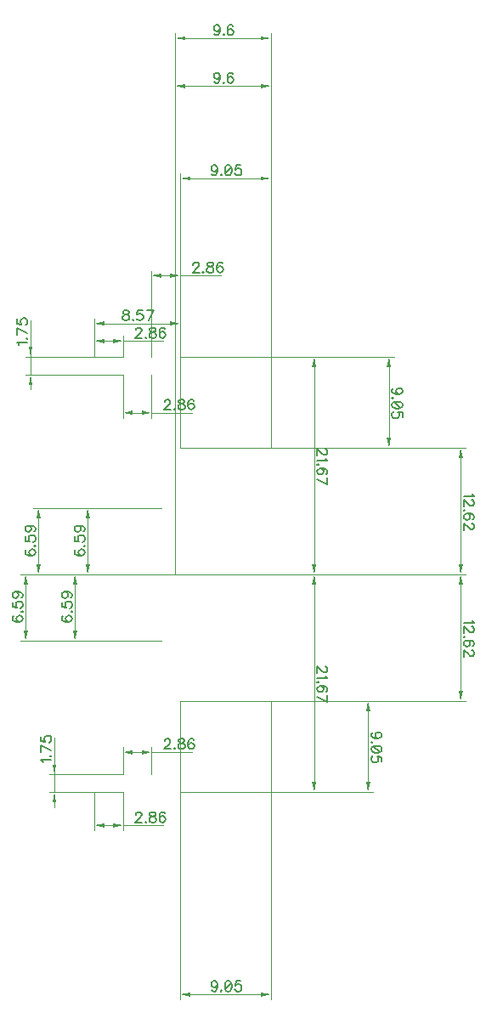
<source format=gbr>
G04 DipTrace 2.4.0.2*
%INTopDimension.gbr*%
%MOIN*%
%ADD13C,0.0014*%
%ADD37C,0.0062*%
%FSLAX44Y44*%
G04*
G70*
G90*
G75*
G01*
%LNTopDimension*%
%LPD*%
X7316Y21004D2*
D13*
X15701D1*
X7316Y17442D2*
X15701D1*
X15504Y19223D2*
Y20611D1*
G36*
Y21004D2*
X15583Y20611D1*
X15425D1*
X15504Y21004D1*
G37*
Y19223D2*
D13*
Y17835D1*
G36*
Y17442D2*
X15425Y17835D1*
X15583D1*
X15504Y17442D1*
G37*
X7316D2*
D13*
Y28202D1*
X10878Y17442D2*
Y28202D1*
X9097Y28005D2*
X7709D1*
G36*
X7316D2*
X7709Y28084D1*
Y27926D1*
X7316Y28005D1*
G37*
X9097D2*
D13*
X10485D1*
G36*
X10878D2*
X10485Y27926D1*
Y28084D1*
X10878Y28005D1*
G37*
X7316Y7503D2*
D13*
Y-4195D1*
X10878Y7503D2*
Y-4195D1*
X9097Y-3998D2*
X7709D1*
G36*
X7316D2*
X7709Y-3919D1*
Y-4077D1*
X7316Y-3998D1*
G37*
X9097D2*
D13*
X10485D1*
G36*
X10878D2*
X10485Y-4077D1*
Y-3919D1*
X10878Y-3998D1*
G37*
X7316Y3940D2*
D13*
X14888D1*
X7316Y7503D2*
X14888D1*
X14691Y5722D2*
Y4334D1*
G36*
Y3940D2*
X14613Y4334D1*
X14770D1*
X14691Y3940D1*
G37*
Y5722D2*
D13*
Y7109D1*
G36*
Y7503D2*
X14770Y7109D1*
X14613D1*
X14691Y7503D1*
G37*
X4396Y12473D2*
D13*
X12763D1*
X7316Y21004D2*
X12763D1*
X12566Y16739D2*
Y12867D1*
G36*
Y12473D2*
X12487Y12867D1*
X12645D1*
X12566Y12473D1*
G37*
Y16739D2*
D13*
Y20611D1*
G36*
Y21004D2*
X12645Y20611D1*
X12487D1*
X12566Y21004D1*
G37*
X4396Y12473D2*
D13*
X12763D1*
X7316Y3940D2*
X12763D1*
X12566Y8207D2*
Y12080D1*
G36*
Y12473D2*
X12645Y12080D1*
X12487D1*
X12566Y12473D1*
G37*
Y8207D2*
D13*
Y4334D1*
G36*
Y3940D2*
X12487Y4334D1*
X12645D1*
X12566Y3940D1*
G37*
X7100Y12473D2*
D13*
Y33703D1*
X10878Y17442D2*
Y33703D1*
X8989Y33506D2*
X7494D1*
G36*
X7100D2*
X7494Y33585D1*
Y33427D1*
X7100Y33506D1*
G37*
X8989D2*
D13*
X10485D1*
G36*
X10878D2*
X10485Y33427D1*
Y33585D1*
X10878Y33506D1*
G37*
X7100Y12473D2*
D13*
Y31827D1*
X10878Y17442D2*
Y31827D1*
X8989Y31631D2*
X7494D1*
G36*
X7100D2*
X7494Y31709D1*
Y31552D1*
X7100Y31631D1*
G37*
X8989D2*
D13*
X10485D1*
G36*
X10878D2*
X10485Y31552D1*
Y31709D1*
X10878Y31631D1*
G37*
X7100Y12473D2*
D13*
X18514D1*
X10878Y17442D2*
X18514D1*
X18317Y14958D2*
Y12867D1*
G36*
Y12473D2*
X18238Y12867D1*
X18395D1*
X18317Y12473D1*
G37*
Y14958D2*
D13*
Y17048D1*
G36*
Y17442D2*
X18395Y17048D1*
X18238D1*
X18317Y17442D1*
G37*
X7100Y12473D2*
D13*
X18514D1*
X10878Y7503D2*
X18514D1*
X18317Y9988D2*
Y12080D1*
G36*
Y12473D2*
X18395Y12080D1*
X18238D1*
X18317Y12473D1*
G37*
Y9988D2*
D13*
Y7897D1*
G36*
Y7503D2*
X18238Y7897D1*
X18395D1*
X18317Y7503D1*
G37*
X5065Y21004D2*
D13*
X1243D1*
X5065Y20317D2*
X1243D1*
X1440Y21004D2*
Y20317D1*
Y21595D2*
Y21398D1*
G36*
Y21004D2*
X1361Y21398D1*
X1519D1*
X1440Y21004D1*
G37*
Y19726D2*
D13*
Y19923D1*
G36*
Y20317D2*
X1519Y19923D1*
X1361D1*
X1440Y20317D1*
G37*
Y22439D2*
D13*
Y21004D1*
X7316D2*
Y22514D1*
X3940Y21004D2*
Y22514D1*
X5628Y22317D2*
X6922D1*
G36*
X7316D2*
X6922Y22238D1*
Y22396D1*
X7316Y22317D1*
G37*
X5628D2*
D13*
X4334D1*
G36*
X3940D2*
X4334Y22396D1*
Y22238D1*
X3940Y22317D1*
G37*
Y21004D2*
D13*
Y21826D1*
X5065Y21004D2*
Y21826D1*
X4503Y21630D2*
X4334D1*
G36*
X3940D2*
X4334Y21708D1*
Y21551D1*
X3940Y21630D1*
G37*
X4503D2*
D13*
X4672D1*
G36*
X5065D2*
X4672Y21551D1*
Y21708D1*
X5065Y21630D1*
G37*
X6652D2*
D13*
X5065D1*
Y20317D2*
Y18620D1*
X6190Y20317D2*
Y18620D1*
X5628Y18817D2*
X5459D1*
G36*
X5065D2*
X5459Y18895D1*
Y18738D1*
X5065Y18817D1*
G37*
X5628D2*
D13*
X5797D1*
G36*
X6190D2*
X5797Y18738D1*
Y18895D1*
X6190Y18817D1*
G37*
X7777D2*
D13*
X6190D1*
X5065Y4628D2*
X2181D1*
X5065Y3940D2*
X2181D1*
X2377Y4628D2*
Y3940D1*
Y5218D2*
Y5021D1*
G36*
Y4628D2*
X2299Y5021D1*
X2456D1*
X2377Y4628D1*
G37*
Y3350D2*
D13*
Y3546D1*
G36*
Y3940D2*
X2456Y3546D1*
X2299D1*
X2377Y3940D1*
G37*
Y6062D2*
D13*
Y4628D1*
X3940Y3940D2*
Y2431D1*
X5065Y3940D2*
Y2431D1*
X4503Y2628D2*
X4334D1*
G36*
X3940D2*
X4334Y2706D1*
Y2549D1*
X3940Y2628D1*
G37*
X4503D2*
D13*
X4672D1*
G36*
X5065D2*
X4672Y2549D1*
Y2706D1*
X5065Y2628D1*
G37*
X6652D2*
D13*
X5065D1*
Y4628D2*
Y5700D1*
X6190Y4628D2*
Y5700D1*
X5628Y5503D2*
X5459D1*
G36*
X5065D2*
X5459Y5582D1*
Y5424D1*
X5065Y5503D1*
G37*
X5628D2*
D13*
X5797D1*
G36*
X6190D2*
X5797Y5424D1*
Y5582D1*
X6190Y5503D1*
G37*
X7777D2*
D13*
X6190D1*
X7100Y12473D2*
X1556D1*
X6565Y15066D2*
X1556D1*
X1752Y13770D2*
Y12867D1*
G36*
Y12473D2*
X1674Y12867D1*
X1831D1*
X1752Y12473D1*
G37*
Y13770D2*
D13*
Y14673D1*
G36*
Y15066D2*
X1831Y14673D1*
X1674D1*
X1752Y15066D1*
G37*
X7100Y12473D2*
D13*
X1056D1*
X3940Y9878D2*
X1056D1*
X1252Y11176D2*
Y12080D1*
G36*
Y12473D2*
X1331Y12080D1*
X1174D1*
X1252Y12473D1*
G37*
Y11176D2*
D13*
Y10272D1*
G36*
Y9878D2*
X1174Y10272D1*
X1331D1*
X1252Y9878D1*
G37*
X7113Y12473D2*
D13*
X3493D1*
X6565Y15066D2*
X3493D1*
X3690Y13770D2*
Y12867D1*
G36*
Y12473D2*
X3611Y12867D1*
X3769D1*
X3690Y12473D1*
G37*
Y13770D2*
D13*
Y14673D1*
G36*
Y15066D2*
X3769Y14673D1*
X3611D1*
X3690Y15066D1*
G37*
X7113Y12473D2*
D13*
X2993D1*
X6565Y9878D2*
X2993D1*
X3190Y11176D2*
Y12080D1*
G36*
Y12473D2*
X3269Y12080D1*
X3111D1*
X3190Y12473D1*
G37*
Y11176D2*
D13*
Y10272D1*
G36*
Y9878D2*
X3111Y10272D1*
X3269D1*
X3190Y9878D1*
G37*
X6190Y21004D2*
D13*
Y24389D1*
X7316Y21004D2*
Y24389D1*
X6753Y24192D2*
X6584D1*
G36*
X6190D2*
X6584Y24271D1*
Y24114D1*
X6190Y24192D1*
G37*
X6753D2*
D13*
X6922D1*
G36*
X7316D2*
X6922Y24114D1*
Y24271D1*
X7316Y24192D1*
G37*
X8902D2*
D13*
X7316D1*
X15894Y19540D2*
D37*
X15836Y19560D1*
X15798Y19598D1*
X15779Y19655D1*
Y19674D1*
X15798Y19732D1*
X15836Y19770D1*
X15894Y19789D1*
X15913D1*
X15970Y19770D1*
X16008Y19732D1*
X16027Y19674D1*
Y19655D1*
X16008Y19598D1*
X15970Y19560D1*
X15894Y19540D1*
X15798D1*
X15702Y19560D1*
X15645Y19598D1*
X15626Y19655D1*
Y19693D1*
X15645Y19751D1*
X15683Y19770D1*
X15664Y19398D2*
X15645Y19417D1*
X15626Y19398D1*
X15645Y19378D1*
X15664Y19398D1*
X16027Y19140D2*
X16008Y19197D1*
X15951Y19236D1*
X15855Y19255D1*
X15798D1*
X15702Y19236D1*
X15645Y19197D1*
X15626Y19140D1*
Y19102D1*
X15645Y19044D1*
X15702Y19006D1*
X15798Y18987D1*
X15855D1*
X15951Y19006D1*
X16008Y19044D1*
X16027Y19102D1*
Y19140D1*
X15951Y19006D2*
X15702Y19236D1*
X16027Y18634D2*
Y18825D1*
X15855Y18844D1*
X15874Y18825D1*
X15894Y18767D1*
Y18710D1*
X15874Y18653D1*
X15836Y18614D1*
X15779Y18595D1*
X15741D1*
X15683Y18614D1*
X15645Y18653D1*
X15626Y18710D1*
Y18767D1*
X15645Y18825D1*
X15664Y18844D1*
X15702Y18863D1*
X8780Y28395D2*
X8760Y28338D1*
X8722Y28299D1*
X8665Y28280D1*
X8646D1*
X8588Y28299D1*
X8550Y28338D1*
X8531Y28395D1*
Y28414D1*
X8550Y28472D1*
X8588Y28510D1*
X8646Y28529D1*
X8665D1*
X8722Y28510D1*
X8760Y28472D1*
X8780Y28395D1*
Y28299D1*
X8760Y28204D1*
X8722Y28146D1*
X8665Y28127D1*
X8627D1*
X8569Y28146D1*
X8550Y28185D1*
X8922Y28166D2*
X8903Y28146D1*
X8922Y28127D1*
X8942Y28146D1*
X8922Y28166D1*
X9180Y28529D2*
X9123Y28510D1*
X9084Y28452D1*
X9065Y28357D1*
Y28299D1*
X9084Y28204D1*
X9123Y28146D1*
X9180Y28127D1*
X9218D1*
X9276Y28146D1*
X9314Y28204D1*
X9333Y28299D1*
Y28357D1*
X9314Y28452D1*
X9276Y28510D1*
X9218Y28529D1*
X9180D1*
X9314Y28452D2*
X9084Y28204D1*
X9686Y28529D2*
X9495D1*
X9476Y28357D1*
X9495Y28376D1*
X9553Y28395D1*
X9610D1*
X9667Y28376D1*
X9706Y28338D1*
X9725Y28280D1*
Y28242D1*
X9706Y28185D1*
X9667Y28146D1*
X9610Y28127D1*
X9553D1*
X9495Y28146D1*
X9476Y28166D1*
X9457Y28204D1*
X8780Y-3608D2*
X8760Y-3666D1*
X8722Y-3704D1*
X8665Y-3723D1*
X8646D1*
X8588Y-3704D1*
X8550Y-3666D1*
X8531Y-3608D1*
Y-3589D1*
X8550Y-3532D1*
X8588Y-3494D1*
X8646Y-3475D1*
X8665D1*
X8722Y-3494D1*
X8760Y-3532D1*
X8780Y-3608D1*
Y-3704D1*
X8760Y-3800D1*
X8722Y-3857D1*
X8665Y-3876D1*
X8627D1*
X8569Y-3857D1*
X8550Y-3819D1*
X8922Y-3838D2*
X8903Y-3857D1*
X8922Y-3876D1*
X8942Y-3857D1*
X8922Y-3838D1*
X9180Y-3475D2*
X9123Y-3494D1*
X9084Y-3551D1*
X9065Y-3647D1*
Y-3704D1*
X9084Y-3800D1*
X9123Y-3857D1*
X9180Y-3876D1*
X9218D1*
X9276Y-3857D1*
X9314Y-3800D1*
X9333Y-3704D1*
Y-3647D1*
X9314Y-3551D1*
X9276Y-3494D1*
X9218Y-3475D1*
X9180D1*
X9314Y-3551D2*
X9084Y-3800D1*
X9686Y-3475D2*
X9495D1*
X9476Y-3647D1*
X9495Y-3628D1*
X9553Y-3608D1*
X9610D1*
X9667Y-3628D1*
X9706Y-3666D1*
X9725Y-3723D1*
Y-3761D1*
X9706Y-3819D1*
X9667Y-3857D1*
X9610Y-3876D1*
X9553D1*
X9495Y-3857D1*
X9476Y-3838D1*
X9457Y-3800D1*
X15081Y6039D2*
X15024Y6058D1*
X14985Y6096D1*
X14966Y6154D1*
Y6173D1*
X14985Y6230D1*
X15024Y6268D1*
X15081Y6288D1*
X15100D1*
X15158Y6268D1*
X15196Y6230D1*
X15215Y6173D1*
Y6154D1*
X15196Y6096D1*
X15158Y6058D1*
X15081Y6039D1*
X14985D1*
X14890Y6058D1*
X14832Y6096D1*
X14813Y6154D1*
Y6192D1*
X14832Y6249D1*
X14871Y6268D1*
X14852Y5896D2*
X14832Y5915D1*
X14813Y5896D1*
X14832Y5877D1*
X14852Y5896D1*
X15215Y5638D2*
X15196Y5696D1*
X15138Y5734D1*
X15043Y5753D1*
X14985D1*
X14890Y5734D1*
X14832Y5696D1*
X14813Y5638D1*
Y5600D1*
X14832Y5543D1*
X14890Y5505D1*
X14985Y5485D1*
X15043D1*
X15138Y5505D1*
X15196Y5543D1*
X15215Y5600D1*
Y5638D1*
X15138Y5505D2*
X14890Y5734D1*
X15215Y5132D2*
Y5323D1*
X15043Y5342D1*
X15062Y5323D1*
X15081Y5266D1*
Y5209D1*
X15062Y5151D1*
X15024Y5113D1*
X14966Y5094D1*
X14928D1*
X14871Y5113D1*
X14832Y5151D1*
X14813Y5209D1*
Y5266D1*
X14832Y5323D1*
X14852Y5342D1*
X14890Y5362D1*
X12994Y17395D2*
X13013D1*
X13052Y17376D1*
X13071Y17357D1*
X13090Y17319D1*
Y17242D1*
X13071Y17204D1*
X13052Y17185D1*
X13013Y17166D1*
X12975D1*
X12937Y17185D1*
X12880Y17223D1*
X12688Y17414D1*
Y17147D1*
X13013Y17023D2*
X13033Y16985D1*
X13090Y16927D1*
X12688D1*
X12727Y16785D2*
X12707Y16804D1*
X12688Y16785D1*
X12707Y16765D1*
X12727Y16785D1*
X13033Y16412D2*
X13071Y16431D1*
X13090Y16489D1*
Y16527D1*
X13071Y16584D1*
X13013Y16623D1*
X12918Y16642D1*
X12822D1*
X12746Y16623D1*
X12707Y16584D1*
X12688Y16527D1*
Y16508D1*
X12707Y16451D1*
X12746Y16412D1*
X12803Y16393D1*
X12822D1*
X12880Y16412D1*
X12918Y16451D1*
X12937Y16508D1*
Y16527D1*
X12918Y16584D1*
X12880Y16623D1*
X12822Y16642D1*
X12688Y16193D2*
X13090Y16002D1*
Y16270D1*
X12994Y8863D2*
X13013D1*
X13052Y8844D1*
X13071Y8825D1*
X13090Y8786D1*
Y8710D1*
X13071Y8672D1*
X13052Y8653D1*
X13013Y8633D1*
X12975D1*
X12937Y8653D1*
X12880Y8691D1*
X12688Y8882D1*
Y8614D1*
X13013Y8491D2*
X13033Y8452D1*
X13090Y8395D1*
X12688D1*
X12727Y8252D2*
X12707Y8271D1*
X12688Y8252D1*
X12707Y8233D1*
X12727Y8252D1*
X13033Y7880D2*
X13071Y7899D1*
X13090Y7956D1*
Y7994D1*
X13071Y8052D1*
X13013Y8090D1*
X12918Y8109D1*
X12822D1*
X12746Y8090D1*
X12707Y8052D1*
X12688Y7994D1*
Y7975D1*
X12707Y7918D1*
X12746Y7880D1*
X12803Y7861D1*
X12822D1*
X12880Y7880D1*
X12918Y7918D1*
X12937Y7975D1*
Y7994D1*
X12918Y8052D1*
X12880Y8090D1*
X12822Y8109D1*
X12688Y7661D2*
X13090Y7469D1*
Y7737D1*
X8878Y33896D2*
X8858Y33838D1*
X8820Y33800D1*
X8763Y33781D1*
X8744D1*
X8686Y33800D1*
X8648Y33838D1*
X8629Y33896D1*
Y33915D1*
X8648Y33972D1*
X8686Y34010D1*
X8744Y34029D1*
X8763D1*
X8820Y34010D1*
X8858Y33972D1*
X8878Y33896D1*
Y33800D1*
X8858Y33704D1*
X8820Y33647D1*
X8763Y33628D1*
X8725D1*
X8667Y33647D1*
X8648Y33685D1*
X9020Y33666D2*
X9001Y33647D1*
X9020Y33628D1*
X9040Y33647D1*
X9020Y33666D1*
X9393Y33972D2*
X9374Y34010D1*
X9316Y34029D1*
X9278D1*
X9221Y34010D1*
X9182Y33953D1*
X9163Y33857D1*
Y33762D1*
X9182Y33685D1*
X9221Y33647D1*
X9278Y33628D1*
X9297D1*
X9354Y33647D1*
X9393Y33685D1*
X9412Y33743D1*
Y33762D1*
X9393Y33819D1*
X9354Y33857D1*
X9297Y33876D1*
X9278D1*
X9221Y33857D1*
X9182Y33819D1*
X9163Y33762D1*
X8878Y32021D2*
X8858Y31963D1*
X8820Y31925D1*
X8763Y31906D1*
X8744D1*
X8686Y31925D1*
X8648Y31963D1*
X8629Y32021D1*
Y32040D1*
X8648Y32097D1*
X8686Y32135D1*
X8744Y32154D1*
X8763D1*
X8820Y32135D1*
X8858Y32097D1*
X8878Y32021D1*
Y31925D1*
X8858Y31829D1*
X8820Y31772D1*
X8763Y31753D1*
X8725D1*
X8667Y31772D1*
X8648Y31810D1*
X9020Y31791D2*
X9001Y31772D1*
X9020Y31753D1*
X9040Y31772D1*
X9020Y31791D1*
X9393Y32097D2*
X9374Y32135D1*
X9316Y32154D1*
X9278D1*
X9221Y32135D1*
X9182Y32078D1*
X9163Y31982D1*
Y31887D1*
X9182Y31810D1*
X9221Y31772D1*
X9278Y31753D1*
X9297D1*
X9354Y31772D1*
X9393Y31810D1*
X9412Y31868D1*
Y31887D1*
X9393Y31944D1*
X9354Y31982D1*
X9297Y32001D1*
X9278D1*
X9221Y31982D1*
X9182Y31944D1*
X9163Y31887D1*
X18764Y15633D2*
X18783Y15595D1*
X18840Y15537D1*
X18439D1*
X18745Y15394D2*
X18764D1*
X18802Y15375D1*
X18821Y15356D1*
X18840Y15318D1*
Y15241D1*
X18821Y15203D1*
X18802Y15184D1*
X18764Y15165D1*
X18726D1*
X18687Y15184D1*
X18630Y15222D1*
X18439Y15414D1*
Y15146D1*
X18477Y15003D2*
X18458Y15022D1*
X18439Y15003D1*
X18458Y14984D1*
X18477Y15003D1*
X18783Y14631D2*
X18821Y14650D1*
X18840Y14707D1*
Y14745D1*
X18821Y14803D1*
X18764Y14841D1*
X18668Y14860D1*
X18573D1*
X18496Y14841D1*
X18458Y14803D1*
X18439Y14745D1*
Y14726D1*
X18458Y14669D1*
X18496Y14631D1*
X18554Y14612D1*
X18573D1*
X18630Y14631D1*
X18668Y14669D1*
X18687Y14726D1*
Y14745D1*
X18668Y14803D1*
X18630Y14841D1*
X18573Y14860D1*
X18745Y14469D2*
X18764D1*
X18802Y14450D1*
X18821Y14431D1*
X18840Y14392D1*
Y14316D1*
X18821Y14278D1*
X18802Y14259D1*
X18764Y14239D1*
X18726D1*
X18687Y14259D1*
X18630Y14297D1*
X18439Y14488D1*
Y14220D1*
X18764Y10664D2*
X18783Y10625D1*
X18840Y10568D1*
X18439D1*
X18745Y10425D2*
X18764D1*
X18802Y10406D1*
X18821Y10387D1*
X18840Y10348D1*
Y10272D1*
X18821Y10234D1*
X18802Y10215D1*
X18764Y10195D1*
X18726D1*
X18687Y10215D1*
X18630Y10253D1*
X18439Y10444D1*
Y10176D1*
X18477Y10034D2*
X18458Y10053D1*
X18439Y10034D1*
X18458Y10014D1*
X18477Y10034D1*
X18783Y9661D2*
X18821Y9680D1*
X18840Y9738D1*
Y9776D1*
X18821Y9833D1*
X18764Y9872D1*
X18668Y9891D1*
X18573D1*
X18496Y9872D1*
X18458Y9833D1*
X18439Y9776D1*
Y9757D1*
X18458Y9700D1*
X18496Y9661D1*
X18554Y9642D1*
X18573D1*
X18630Y9661D1*
X18668Y9700D1*
X18687Y9757D1*
Y9776D1*
X18668Y9833D1*
X18630Y9872D1*
X18573Y9891D1*
X18745Y9499D2*
X18764D1*
X18802Y9480D1*
X18821Y9461D1*
X18840Y9423D1*
Y9346D1*
X18821Y9308D1*
X18802Y9289D1*
X18764Y9270D1*
X18726D1*
X18687Y9289D1*
X18630Y9327D1*
X18439Y9519D1*
Y9251D1*
X993Y21491D2*
X973Y21529D1*
X916Y21587D1*
X1318D1*
X1279Y21729D2*
X1299Y21710D1*
X1318Y21729D1*
X1299Y21749D1*
X1279Y21729D1*
X1318Y21949D2*
X916Y22140D1*
Y21872D1*
Y22493D2*
Y22302D1*
X1088Y22283D1*
X1069Y22302D1*
X1050Y22360D1*
Y22417D1*
X1069Y22474D1*
X1107Y22513D1*
X1165Y22532D1*
X1203D1*
X1260Y22513D1*
X1299Y22474D1*
X1318Y22417D1*
Y22360D1*
X1299Y22302D1*
X1279Y22283D1*
X1241Y22264D1*
X5148Y22841D2*
X5091Y22822D1*
X5072Y22784D1*
Y22745D1*
X5091Y22707D1*
X5129Y22688D1*
X5205Y22669D1*
X5263Y22650D1*
X5301Y22611D1*
X5320Y22573D1*
Y22516D1*
X5301Y22478D1*
X5282Y22458D1*
X5225Y22439D1*
X5148D1*
X5091Y22458D1*
X5072Y22478D1*
X5053Y22516D1*
Y22573D1*
X5072Y22611D1*
X5110Y22650D1*
X5167Y22669D1*
X5244Y22688D1*
X5282Y22707D1*
X5301Y22745D1*
Y22784D1*
X5282Y22822D1*
X5225Y22841D1*
X5148D1*
X5463Y22478D2*
X5444Y22458D1*
X5463Y22439D1*
X5482Y22458D1*
X5463Y22478D1*
X5835Y22841D2*
X5644D1*
X5625Y22669D1*
X5644Y22688D1*
X5701Y22707D1*
X5758D1*
X5816Y22688D1*
X5854Y22650D1*
X5873Y22592D1*
Y22554D1*
X5854Y22497D1*
X5816Y22458D1*
X5758Y22439D1*
X5701D1*
X5644Y22458D1*
X5625Y22478D1*
X5606Y22516D1*
X6073Y22439D2*
X6265Y22841D1*
X5997D1*
X5571Y22058D2*
Y22077D1*
X5590Y22115D1*
X5609Y22134D1*
X5648Y22153D1*
X5724D1*
X5762Y22134D1*
X5781Y22115D1*
X5801Y22077D1*
Y22039D1*
X5781Y22000D1*
X5743Y21943D1*
X5552Y21752D1*
X5820D1*
X5962Y21790D2*
X5943Y21771D1*
X5962Y21752D1*
X5982Y21771D1*
X5962Y21790D1*
X6201Y22153D2*
X6144Y22134D1*
X6124Y22096D1*
Y22058D1*
X6144Y22020D1*
X6182Y22000D1*
X6258Y21981D1*
X6316Y21962D1*
X6354Y21924D1*
X6373Y21886D1*
Y21828D1*
X6354Y21790D1*
X6335Y21771D1*
X6277Y21752D1*
X6201D1*
X6144Y21771D1*
X6124Y21790D1*
X6105Y21828D1*
Y21886D1*
X6124Y21924D1*
X6163Y21962D1*
X6220Y21981D1*
X6296Y22000D1*
X6335Y22020D1*
X6354Y22058D1*
Y22096D1*
X6335Y22134D1*
X6277Y22153D1*
X6201D1*
X6726Y22096D2*
X6707Y22134D1*
X6649Y22153D1*
X6611D1*
X6554Y22134D1*
X6515Y22077D1*
X6496Y21981D1*
Y21886D1*
X6515Y21809D1*
X6554Y21771D1*
X6611Y21752D1*
X6630D1*
X6687Y21771D1*
X6726Y21809D1*
X6745Y21867D1*
Y21886D1*
X6726Y21943D1*
X6687Y21981D1*
X6630Y22000D1*
X6611D1*
X6554Y21981D1*
X6515Y21943D1*
X6496Y21886D1*
X6696Y19245D2*
Y19264D1*
X6715Y19302D1*
X6734Y19321D1*
X6773Y19340D1*
X6849D1*
X6887Y19321D1*
X6906Y19302D1*
X6926Y19264D1*
Y19226D1*
X6906Y19187D1*
X6868Y19130D1*
X6677Y18939D1*
X6945D1*
X7087Y18977D2*
X7068Y18958D1*
X7087Y18939D1*
X7107Y18958D1*
X7087Y18977D1*
X7326Y19340D2*
X7269Y19321D1*
X7249Y19283D1*
Y19245D1*
X7269Y19207D1*
X7307Y19187D1*
X7383Y19168D1*
X7441Y19149D1*
X7479Y19111D1*
X7498Y19073D1*
Y19015D1*
X7479Y18977D1*
X7460Y18958D1*
X7402Y18939D1*
X7326D1*
X7269Y18958D1*
X7249Y18977D1*
X7230Y19015D1*
Y19073D1*
X7249Y19111D1*
X7288Y19149D1*
X7345Y19168D1*
X7421Y19187D1*
X7460Y19207D1*
X7479Y19245D1*
Y19283D1*
X7460Y19321D1*
X7402Y19340D1*
X7326D1*
X7851Y19283D2*
X7832Y19321D1*
X7774Y19340D1*
X7736D1*
X7679Y19321D1*
X7640Y19264D1*
X7621Y19168D1*
Y19073D1*
X7640Y18996D1*
X7679Y18958D1*
X7736Y18939D1*
X7755D1*
X7812Y18958D1*
X7851Y18996D1*
X7870Y19054D1*
Y19073D1*
X7851Y19130D1*
X7812Y19168D1*
X7755Y19187D1*
X7736D1*
X7679Y19168D1*
X7640Y19130D1*
X7621Y19073D1*
X1930Y5114D2*
X1911Y5153D1*
X1854Y5210D1*
X2255D1*
X2217Y5353D2*
X2236Y5334D1*
X2255Y5353D1*
X2236Y5372D1*
X2217Y5353D1*
X2255Y5572D2*
X1854Y5763D1*
Y5496D1*
Y6116D2*
Y5925D1*
X2026Y5906D1*
X2007Y5925D1*
X1987Y5983D1*
Y6040D1*
X2007Y6097D1*
X2045Y6136D1*
X2102Y6155D1*
X2140D1*
X2198Y6136D1*
X2236Y6097D1*
X2255Y6040D1*
Y5983D1*
X2236Y5925D1*
X2217Y5906D1*
X2179Y5887D1*
X5571Y3056D2*
Y3075D1*
X5590Y3113D1*
X5609Y3132D1*
X5648Y3151D1*
X5724D1*
X5762Y3132D1*
X5781Y3113D1*
X5801Y3075D1*
Y3037D1*
X5781Y2998D1*
X5743Y2941D1*
X5552Y2750D1*
X5820D1*
X5962Y2788D2*
X5943Y2769D1*
X5962Y2750D1*
X5982Y2769D1*
X5962Y2788D1*
X6201Y3151D2*
X6144Y3132D1*
X6124Y3094D1*
Y3056D1*
X6144Y3018D1*
X6182Y2998D1*
X6258Y2979D1*
X6316Y2960D1*
X6354Y2922D1*
X6373Y2884D1*
Y2826D1*
X6354Y2788D1*
X6335Y2769D1*
X6277Y2750D1*
X6201D1*
X6144Y2769D1*
X6124Y2788D1*
X6105Y2826D1*
Y2884D1*
X6124Y2922D1*
X6163Y2960D1*
X6220Y2979D1*
X6296Y2998D1*
X6335Y3018D1*
X6354Y3056D1*
Y3094D1*
X6335Y3132D1*
X6277Y3151D1*
X6201D1*
X6726Y3094D2*
X6707Y3132D1*
X6649Y3151D1*
X6611D1*
X6554Y3132D1*
X6515Y3075D1*
X6496Y2979D1*
Y2884D1*
X6515Y2807D1*
X6554Y2769D1*
X6611Y2750D1*
X6630D1*
X6687Y2769D1*
X6726Y2807D1*
X6745Y2865D1*
Y2884D1*
X6726Y2941D1*
X6687Y2979D1*
X6630Y2998D1*
X6611D1*
X6554Y2979D1*
X6515Y2941D1*
X6496Y2884D1*
X6696Y5931D2*
Y5950D1*
X6715Y5988D1*
X6734Y6007D1*
X6773Y6026D1*
X6849D1*
X6887Y6007D1*
X6906Y5988D1*
X6926Y5950D1*
Y5912D1*
X6906Y5873D1*
X6868Y5816D1*
X6677Y5625D1*
X6945D1*
X7087Y5663D2*
X7068Y5644D1*
X7087Y5625D1*
X7107Y5644D1*
X7087Y5663D1*
X7326Y6026D2*
X7269Y6007D1*
X7249Y5969D1*
Y5931D1*
X7269Y5893D1*
X7307Y5873D1*
X7383Y5854D1*
X7441Y5835D1*
X7479Y5797D1*
X7498Y5759D1*
Y5701D1*
X7479Y5663D1*
X7460Y5644D1*
X7402Y5625D1*
X7326D1*
X7269Y5644D1*
X7249Y5663D1*
X7230Y5701D1*
Y5759D1*
X7249Y5797D1*
X7288Y5835D1*
X7345Y5854D1*
X7421Y5873D1*
X7460Y5893D1*
X7479Y5931D1*
Y5969D1*
X7460Y6007D1*
X7402Y6026D1*
X7326D1*
X7851Y5969D2*
X7832Y6007D1*
X7774Y6026D1*
X7736D1*
X7679Y6007D1*
X7640Y5950D1*
X7621Y5854D1*
Y5759D1*
X7640Y5682D1*
X7679Y5644D1*
X7736Y5625D1*
X7755D1*
X7812Y5644D1*
X7851Y5682D1*
X7870Y5740D1*
Y5759D1*
X7851Y5816D1*
X7812Y5854D1*
X7755Y5873D1*
X7736D1*
X7679Y5854D1*
X7640Y5816D1*
X7621Y5759D1*
X1286Y13443D2*
X1248Y13424D1*
X1229Y13367D1*
Y13329D1*
X1248Y13271D1*
X1305Y13233D1*
X1401Y13214D1*
X1496D1*
X1573Y13233D1*
X1611Y13271D1*
X1630Y13329D1*
Y13348D1*
X1611Y13405D1*
X1573Y13443D1*
X1515Y13462D1*
X1496D1*
X1439Y13443D1*
X1401Y13405D1*
X1382Y13348D1*
Y13329D1*
X1401Y13271D1*
X1439Y13233D1*
X1496Y13214D1*
X1592Y13605D2*
X1611Y13586D1*
X1630Y13605D1*
X1611Y13624D1*
X1592Y13605D1*
X1229Y13977D2*
Y13786D1*
X1401Y13767D1*
X1382Y13786D1*
X1362Y13844D1*
Y13901D1*
X1382Y13958D1*
X1420Y13996D1*
X1477Y14016D1*
X1515D1*
X1573Y13996D1*
X1611Y13958D1*
X1630Y13901D1*
Y13844D1*
X1611Y13786D1*
X1592Y13767D1*
X1554Y13748D1*
X1362Y14388D2*
X1420Y14369D1*
X1458Y14330D1*
X1477Y14273D1*
Y14254D1*
X1458Y14197D1*
X1420Y14158D1*
X1362Y14139D1*
X1343D1*
X1286Y14158D1*
X1248Y14197D1*
X1229Y14254D1*
Y14273D1*
X1248Y14330D1*
X1286Y14369D1*
X1362Y14388D1*
X1458D1*
X1554Y14369D1*
X1611Y14330D1*
X1630Y14273D1*
Y14235D1*
X1611Y14177D1*
X1573Y14158D1*
X786Y10849D2*
X748Y10830D1*
X729Y10773D1*
Y10735D1*
X748Y10677D1*
X805Y10639D1*
X901Y10620D1*
X996D1*
X1073Y10639D1*
X1111Y10677D1*
X1130Y10735D1*
Y10754D1*
X1111Y10811D1*
X1073Y10849D1*
X1015Y10868D1*
X996D1*
X939Y10849D1*
X901Y10811D1*
X882Y10754D1*
Y10735D1*
X901Y10677D1*
X939Y10639D1*
X996Y10620D1*
X1092Y11011D2*
X1111Y10992D1*
X1130Y11011D1*
X1111Y11030D1*
X1092Y11011D1*
X729Y11383D2*
Y11192D1*
X901Y11173D1*
X882Y11192D1*
X862Y11249D1*
Y11307D1*
X882Y11364D1*
X920Y11402D1*
X977Y11421D1*
X1015D1*
X1073Y11402D1*
X1111Y11364D1*
X1130Y11307D1*
Y11249D1*
X1111Y11192D1*
X1092Y11173D1*
X1054Y11154D1*
X862Y11794D2*
X920Y11774D1*
X958Y11736D1*
X977Y11679D1*
Y11660D1*
X958Y11602D1*
X920Y11564D1*
X862Y11545D1*
X843D1*
X786Y11564D1*
X748Y11602D1*
X729Y11660D1*
Y11679D1*
X748Y11736D1*
X786Y11774D1*
X862Y11794D1*
X958D1*
X1054Y11774D1*
X1111Y11736D1*
X1130Y11679D1*
Y11641D1*
X1111Y11583D1*
X1073Y11564D1*
X3224Y13443D2*
X3186Y13424D1*
X3167Y13367D1*
Y13329D1*
X3186Y13271D1*
X3243Y13233D1*
X3339Y13214D1*
X3434D1*
X3511Y13233D1*
X3549Y13271D1*
X3568Y13329D1*
Y13348D1*
X3549Y13405D1*
X3511Y13443D1*
X3453Y13462D1*
X3434D1*
X3377Y13443D1*
X3339Y13405D1*
X3320Y13348D1*
Y13329D1*
X3339Y13271D1*
X3377Y13233D1*
X3434Y13214D1*
X3530Y13605D2*
X3549Y13586D1*
X3568Y13605D1*
X3549Y13624D1*
X3530Y13605D1*
X3167Y13977D2*
Y13786D1*
X3339Y13767D1*
X3320Y13786D1*
X3300Y13844D1*
Y13901D1*
X3320Y13958D1*
X3358Y13996D1*
X3415Y14016D1*
X3453D1*
X3511Y13996D1*
X3549Y13958D1*
X3568Y13901D1*
Y13844D1*
X3549Y13786D1*
X3530Y13767D1*
X3492Y13748D1*
X3300Y14388D2*
X3358Y14369D1*
X3396Y14330D1*
X3415Y14273D1*
Y14254D1*
X3396Y14197D1*
X3358Y14158D1*
X3300Y14139D1*
X3281D1*
X3224Y14158D1*
X3186Y14197D1*
X3167Y14254D1*
Y14273D1*
X3186Y14330D1*
X3224Y14369D1*
X3300Y14388D1*
X3396D1*
X3492Y14369D1*
X3549Y14330D1*
X3568Y14273D1*
Y14235D1*
X3549Y14177D1*
X3511Y14158D1*
X2724Y10849D2*
X2686Y10830D1*
X2666Y10773D1*
Y10735D1*
X2686Y10677D1*
X2743Y10639D1*
X2838Y10620D1*
X2934D1*
X3010Y10639D1*
X3049Y10677D1*
X3068Y10735D1*
Y10754D1*
X3049Y10811D1*
X3010Y10849D1*
X2953Y10868D1*
X2934D1*
X2877Y10849D1*
X2838Y10811D1*
X2819Y10754D1*
Y10735D1*
X2838Y10677D1*
X2877Y10639D1*
X2934Y10620D1*
X3030Y11011D2*
X3049Y10992D1*
X3068Y11011D1*
X3049Y11030D1*
X3030Y11011D1*
X2666Y11383D2*
Y11192D1*
X2838Y11173D1*
X2819Y11192D1*
X2800Y11249D1*
Y11307D1*
X2819Y11364D1*
X2858Y11402D1*
X2915Y11421D1*
X2953D1*
X3010Y11402D1*
X3049Y11364D1*
X3068Y11307D1*
Y11249D1*
X3049Y11192D1*
X3030Y11173D1*
X2991Y11154D1*
X2800Y11794D2*
X2858Y11774D1*
X2896Y11736D1*
X2915Y11679D1*
Y11660D1*
X2896Y11602D1*
X2858Y11564D1*
X2800Y11545D1*
X2781D1*
X2724Y11564D1*
X2686Y11602D1*
X2666Y11660D1*
Y11679D1*
X2686Y11736D1*
X2724Y11774D1*
X2800Y11794D1*
X2896D1*
X2991Y11774D1*
X3049Y11736D1*
X3068Y11679D1*
Y11641D1*
X3049Y11583D1*
X3010Y11564D1*
X7821Y24620D2*
Y24639D1*
X7840Y24678D1*
X7859Y24697D1*
X7898Y24716D1*
X7974D1*
X8012Y24697D1*
X8031Y24678D1*
X8051Y24639D1*
Y24601D1*
X8031Y24563D1*
X7993Y24506D1*
X7802Y24314D1*
X8070D1*
X8212Y24353D2*
X8193Y24333D1*
X8212Y24314D1*
X8232Y24333D1*
X8212Y24353D1*
X8451Y24716D2*
X8394Y24697D1*
X8374Y24659D1*
Y24620D1*
X8394Y24582D1*
X8432Y24563D1*
X8508Y24544D1*
X8566Y24525D1*
X8604Y24486D1*
X8623Y24448D1*
Y24391D1*
X8604Y24353D1*
X8585Y24333D1*
X8527Y24314D1*
X8451D1*
X8394Y24333D1*
X8374Y24353D1*
X8355Y24391D1*
Y24448D1*
X8374Y24486D1*
X8413Y24525D1*
X8470Y24544D1*
X8546Y24563D1*
X8585Y24582D1*
X8604Y24620D1*
Y24659D1*
X8585Y24697D1*
X8527Y24716D1*
X8451D1*
X8976Y24659D2*
X8957Y24697D1*
X8899Y24716D1*
X8861D1*
X8804Y24697D1*
X8765Y24639D1*
X8746Y24544D1*
Y24448D1*
X8765Y24372D1*
X8804Y24333D1*
X8861Y24314D1*
X8880D1*
X8937Y24333D1*
X8976Y24372D1*
X8995Y24429D1*
Y24448D1*
X8976Y24506D1*
X8937Y24544D1*
X8880Y24563D1*
X8861D1*
X8804Y24544D1*
X8765Y24506D1*
X8746Y24448D1*
M02*

</source>
